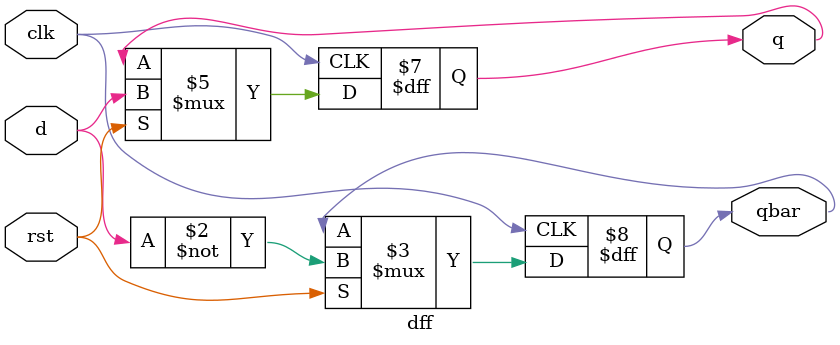
<source format=v>
module dff(d,clk,rst,q,qbar);
input d,clk,rst;
output q,qbar;
reg q,qbar;
always @(posedge clk)
	if(rst)
begin
	q<=d;
	qbar<=~d;
end
endmodule

</source>
